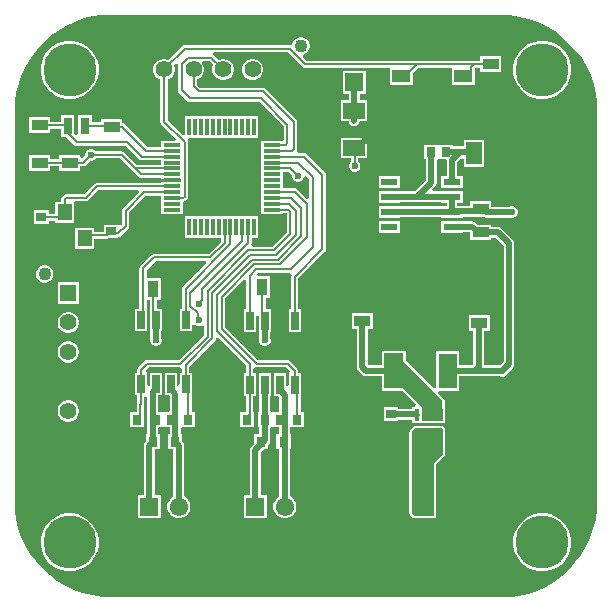
<source format=gbr>
%TF.GenerationSoftware,Altium Limited,Altium Designer,25.6.2 (33)*%
G04 Layer_Physical_Order=1*
G04 Layer_Color=255*
%FSLAX45Y45*%
%MOMM*%
%TF.SameCoordinates,85BC1294-957B-4AEE-BC4A-C6642BEA407B*%
%TF.FilePolarity,Positive*%
%TF.FileFunction,Copper,L1,Top,Signal*%
%TF.Part,Single*%
G01*
G75*
%TA.AperFunction,SMDPad,CuDef*%
%ADD10R,1.47500X0.30000*%
%ADD11R,1.55000X1.00000*%
%ADD12R,0.85000X0.75000*%
%ADD13R,1.35000X0.95000*%
%ADD14R,1.35490X1.85822*%
%ADD15R,1.40000X0.95000*%
%ADD16R,0.95000X1.40000*%
%ADD17R,0.75814X0.81213*%
%ADD18R,0.65000X1.52500*%
%ADD19R,0.80000X0.90000*%
%ADD20R,5.80000X6.20000*%
%ADD21R,0.81213X0.75814*%
%ADD22R,1.60000X1.50000*%
%ADD23R,1.20000X1.40000*%
%ADD24R,1.40000X0.60000*%
%ADD25R,1.85822X1.35490*%
%ADD26C,1.50876*%
%ADD27R,0.40640X0.99060*%
%ADD28R,0.30000X1.47500*%
%ADD29R,1.60000X3.00000*%
%ADD30R,0.75000X1.40000*%
%TA.AperFunction,Conductor*%
%ADD31C,0.20000*%
%ADD32C,0.50000*%
%ADD33C,1.00000*%
%TA.AperFunction,ComponentPad*%
%ADD34C,1.40000*%
%ADD35C,1.10000*%
%ADD36R,1.40000X1.40000*%
%ADD37R,1.55000X1.55000*%
%TA.AperFunction,ViaPad*%
%ADD38C,0.60000*%
%TA.AperFunction,ComponentPad*%
%ADD39C,1.55000*%
%ADD40R,1.40000X1.40000*%
%TA.AperFunction,ViaPad*%
%ADD41C,4.50000*%
G36*
X4123545Y4964484D02*
X4123546Y4964484D01*
Y4964485D01*
X4145378Y4965557D01*
X4226490Y4961572D01*
X4306821Y4949656D01*
X4385597Y4929924D01*
X4462060Y4902565D01*
X4535473Y4867843D01*
X4605129Y4826093D01*
X4670358Y4777716D01*
X4730531Y4723179D01*
X4785068Y4663006D01*
X4833445Y4597778D01*
X4875195Y4528121D01*
X4909917Y4454708D01*
X4937276Y4378245D01*
X4957008Y4299469D01*
X4966638Y4234548D01*
X4966638Y4234547D01*
X4966638D01*
X4966659Y4234528D01*
Y877346D01*
X4967298Y874133D01*
X4968257Y854622D01*
X4964272Y773510D01*
X4952356Y693179D01*
X4932623Y614403D01*
X4905265Y537940D01*
X4870543Y464527D01*
X4828792Y394870D01*
X4780416Y329642D01*
X4725878Y269469D01*
X4665706Y214932D01*
X4600477Y166555D01*
X4530821Y124805D01*
X4457408Y90083D01*
X4380945Y62724D01*
X4302169Y42992D01*
X4237247Y33362D01*
X4237247Y33362D01*
Y33362D01*
X4237228Y33341D01*
X894647D01*
X890517Y34286D01*
X890105Y34562D01*
X876454Y37505D01*
X876454Y37504D01*
X854622Y36432D01*
X773510Y40416D01*
X693179Y52332D01*
X614403Y72065D01*
X537940Y99424D01*
X464527Y134146D01*
X394870Y175896D01*
X329642Y224273D01*
X269469Y278810D01*
X214932Y338983D01*
X166555Y404211D01*
X124805Y473867D01*
X90083Y547280D01*
X62724Y623743D01*
X42992Y702520D01*
X33362Y767441D01*
X33362Y767442D01*
X33362D01*
X33340Y767461D01*
Y4114422D01*
X33967Y4123020D01*
X33967Y4123021D01*
X32894Y4144853D01*
X36879Y4225965D01*
X48795Y4306296D01*
X68527Y4385072D01*
X95886Y4461535D01*
X130608Y4534948D01*
X172358Y4604604D01*
X220735Y4669833D01*
X275272Y4730006D01*
X335445Y4784543D01*
X400674Y4832920D01*
X470330Y4874670D01*
X543743Y4909392D01*
X620206Y4936751D01*
X698982Y4956483D01*
X763904Y4966113D01*
X763904Y4966113D01*
Y4966113D01*
X763923Y4966134D01*
X4104389Y4966134D01*
X4123545Y4964484D01*
D02*
G37*
%LPC*%
G36*
X2467874Y4778500D02*
X2448126D01*
X2429051Y4773389D01*
X2411949Y4763515D01*
X2397985Y4749551D01*
X2388111Y4732449D01*
X2385672Y4723346D01*
X2378263Y4712349D01*
X2363000Y4709047D01*
X2362792Y4709088D01*
X2362791Y4709088D01*
X1473001D01*
X1473000Y4709088D01*
X1461295Y4706759D01*
X1451371Y4700129D01*
X1451371Y4700128D01*
X1336460Y4585218D01*
X1332739Y4587366D01*
X1309849Y4593500D01*
X1286151D01*
X1263261Y4587366D01*
X1242739Y4575518D01*
X1225982Y4558761D01*
X1214133Y4538239D01*
X1208000Y4515349D01*
Y4491651D01*
X1214133Y4468761D01*
X1225982Y4448239D01*
X1242739Y4431482D01*
X1263261Y4419634D01*
X1267412Y4418521D01*
Y4060578D01*
X1267412Y4060577D01*
X1269741Y4048872D01*
X1276371Y4038948D01*
X1396641Y3918678D01*
X1388988Y3900200D01*
X1268450D01*
Y3845788D01*
X1160425D01*
X964885Y4041329D01*
X954961Y4047959D01*
X943256Y4050288D01*
X941699Y4069437D01*
Y4087200D01*
X766699D01*
Y4056438D01*
X684199D01*
Y4115850D01*
X569199D01*
Y3957651D01*
X549199Y3948511D01*
X539199Y3956245D01*
Y4115850D01*
X424199D01*
Y4061438D01*
X333054D01*
Y4098350D01*
X158054D01*
Y3963350D01*
X333054D01*
Y4000263D01*
X424199D01*
Y3935850D01*
X466947D01*
X538575Y3864222D01*
X538576Y3864221D01*
X548499Y3857591D01*
X560205Y3855263D01*
X975907D01*
X1087598Y3743572D01*
X1087598Y3743571D01*
X1097521Y3736941D01*
X1109227Y3734613D01*
X1268450D01*
Y3695788D01*
X1066549D01*
X960508Y3801829D01*
X950584Y3808459D01*
X938879Y3810788D01*
X938878Y3810788D01*
X718607D01*
X706806Y3822588D01*
X688429Y3830200D01*
X668538D01*
X650161Y3822588D01*
X636096Y3808523D01*
X628484Y3790146D01*
Y3773458D01*
X605984Y3750958D01*
X585984Y3758269D01*
Y3782700D01*
X410984D01*
Y3745788D01*
X331451D01*
Y3782699D01*
X156451D01*
Y3647699D01*
X331451D01*
Y3684613D01*
X410984D01*
Y3647700D01*
X585984D01*
Y3684613D01*
X613482D01*
X613484Y3684612D01*
X625189Y3686941D01*
X635113Y3693571D01*
X671741Y3730200D01*
X688429D01*
X706806Y3737812D01*
X718607Y3749613D01*
X926209D01*
X1032249Y3643572D01*
X1032250Y3643572D01*
X1082250Y3593572D01*
X1082250Y3593571D01*
X1092173Y3586941D01*
X1103879Y3584613D01*
X1268450D01*
Y3580200D01*
X1441079D01*
Y3550200D01*
X1268450D01*
Y3545788D01*
X732093D01*
X732092Y3545788D01*
X720386Y3543460D01*
X710463Y3536829D01*
X710462Y3536828D01*
X621812Y3448178D01*
X469200D01*
X469199Y3448178D01*
X457494Y3445850D01*
X447570Y3439219D01*
X447570Y3439218D01*
X435855Y3427503D01*
X429224Y3417580D01*
X426896Y3405875D01*
X426896Y3405873D01*
Y3382590D01*
X377484D01*
Y3283678D01*
X320483D01*
Y3310590D01*
X195483D01*
Y3195590D01*
X320483D01*
Y3222503D01*
X377484D01*
Y3202590D01*
X537483D01*
Y3382590D01*
X555656Y3387003D01*
X634481D01*
X634482Y3387002D01*
X646187Y3389331D01*
X656111Y3395961D01*
X744762Y3484613D01*
X1080521D01*
X1088175Y3466135D01*
X950998Y3328959D01*
X944368Y3319035D01*
X942039Y3307330D01*
X942039Y3307328D01*
Y3193454D01*
X932391Y3185830D01*
X912483Y3189591D01*
Y3189590D01*
X787484D01*
Y3131224D01*
X707483D01*
Y3162590D01*
X547484D01*
Y2982590D01*
X707483D01*
Y3070048D01*
X813528D01*
X813529Y3070048D01*
X825235Y3072377D01*
X828547Y3074590D01*
X912484D01*
Y3084703D01*
X922473Y3086691D01*
X932397Y3093321D01*
X994255Y3155180D01*
X994256Y3155180D01*
X1000886Y3165104D01*
X1003215Y3176809D01*
X1003215Y3176810D01*
Y3294660D01*
X1143167Y3434613D01*
X1268450D01*
Y3380201D01*
Y3280200D01*
X1455950D01*
Y3365062D01*
X1459951Y3384612D01*
X1471656Y3386941D01*
X1481580Y3393572D01*
X1493295Y3405287D01*
X1493295Y3405287D01*
X1499926Y3415211D01*
X1502255Y3426916D01*
X1502254Y3426917D01*
Y3886909D01*
X1502255Y3886910D01*
X1499926Y3898616D01*
X1498833Y3900251D01*
X1509027Y3920250D01*
X2096000D01*
Y4107750D01*
X1476000D01*
Y3951965D01*
X1457523Y3944312D01*
X1328588Y4073247D01*
Y4418521D01*
X1332739Y4419634D01*
X1353261Y4431482D01*
X1370018Y4448239D01*
X1381866Y4468761D01*
X1388000Y4491651D01*
Y4515349D01*
X1381866Y4538239D01*
X1379718Y4541960D01*
X1399248Y4561490D01*
X1417679Y4551638D01*
X1417412Y4550293D01*
X1417412Y4550291D01*
Y4326513D01*
X1417412Y4326512D01*
X1419741Y4314806D01*
X1426371Y4304883D01*
X1494382Y4236872D01*
X1494383Y4236871D01*
X1504306Y4230241D01*
X1516011Y4227912D01*
X1516013Y4227912D01*
X2106611D01*
X2310507Y4024017D01*
Y3917319D01*
X2303550Y3900200D01*
X2116050D01*
Y3780200D01*
Y3680200D01*
Y3580200D01*
Y3480200D01*
Y3380201D01*
Y3280200D01*
X2303550D01*
Y3284613D01*
X2338001D01*
Y3124499D01*
X2216411Y3002909D01*
X2047990D01*
X2038002Y3022909D01*
X2039260Y3024792D01*
X2041588Y3036497D01*
X2041588Y3036499D01*
Y3072650D01*
X2096000D01*
Y3260150D01*
X1476000D01*
Y3072650D01*
X1780412D01*
Y3045260D01*
X1678123Y2942971D01*
X1214295D01*
X1202590Y2940642D01*
X1192666Y2934012D01*
X1192666Y2934011D01*
X1098662Y2840007D01*
X1092031Y2830084D01*
X1089702Y2818378D01*
X1089703Y2818377D01*
Y2479172D01*
X1049105D01*
Y2286672D01*
X1154105D01*
Y2479172D01*
X1150878D01*
Y2554322D01*
X1175218D01*
Y2449474D01*
X1175217Y2449472D01*
X1176105Y2445009D01*
Y2286672D01*
X1183395D01*
Y2230156D01*
X1179948Y2221833D01*
Y2201942D01*
X1187560Y2183565D01*
X1201625Y2169500D01*
X1220002Y2161888D01*
X1239893D01*
X1258271Y2169500D01*
X1272336Y2183565D01*
X1279948Y2201942D01*
Y2221833D01*
X1275158Y2233396D01*
Y2286672D01*
X1281105D01*
Y2479172D01*
X1236393D01*
Y2554322D01*
X1273305D01*
Y2734321D01*
X1150878D01*
Y2805708D01*
X1226965Y2881795D01*
X1649785D01*
X1657438Y2863318D01*
X1460347Y2666226D01*
X1453716Y2656303D01*
X1451387Y2644597D01*
X1451388Y2644596D01*
Y2479172D01*
X1430105D01*
Y2286672D01*
X1535105D01*
Y2343139D01*
X1555105Y2349852D01*
X1564423Y2340534D01*
X1582800Y2332922D01*
X1602692D01*
X1617014Y2338855D01*
X1630836Y2332976D01*
X1637014Y2328195D01*
Y2254888D01*
X1423916Y2041790D01*
X1154397D01*
X1142691Y2039462D01*
X1132768Y2032832D01*
X1079977Y1980040D01*
X1073346Y1970117D01*
X1071017Y1958411D01*
X1071018Y1958410D01*
Y1936772D01*
X1049105D01*
Y1744272D01*
X1071018D01*
Y1683358D01*
X1070455Y1682516D01*
X1068126Y1670811D01*
X1068127Y1670809D01*
Y1600206D01*
X1012900D01*
Y1478993D01*
X1128714D01*
Y1564585D01*
X1129302Y1567541D01*
Y1661154D01*
X1129865Y1661996D01*
X1132193Y1673702D01*
X1132193Y1673703D01*
Y1730130D01*
X1135687Y1733624D01*
X1157208Y1726860D01*
X1157424Y1725647D01*
Y1416800D01*
X1143306D01*
Y1351694D01*
X1140862Y1349250D01*
X1130916Y1334365D01*
X1127424Y1316807D01*
Y899800D01*
X1075805D01*
Y704800D01*
X1270805D01*
Y899800D01*
X1219187D01*
Y1286800D01*
X1263305D01*
Y1416800D01*
X1249187D01*
Y1464851D01*
X1263329Y1478993D01*
X1288348Y1478993D01*
X1308348Y1478993D01*
X1347424D01*
Y1416800D01*
X1333305D01*
Y1286800D01*
X1377424D01*
Y888393D01*
X1363439Y880320D01*
X1345286Y862166D01*
X1332450Y839934D01*
X1325805Y815136D01*
Y789464D01*
X1332450Y764666D01*
X1345286Y742434D01*
X1363439Y724281D01*
X1385672Y711445D01*
X1410469Y704800D01*
X1436141D01*
X1460939Y711445D01*
X1483172Y724281D01*
X1501325Y742434D01*
X1514161Y764666D01*
X1520805Y789464D01*
Y815136D01*
X1514161Y839934D01*
X1501325Y862166D01*
X1483172Y880320D01*
X1469187Y888393D01*
Y1316807D01*
X1465694Y1334365D01*
X1455748Y1349250D01*
X1453305Y1351694D01*
Y1416800D01*
X1439187D01*
Y1461977D01*
X1446389Y1478993D01*
X1562203D01*
Y1600206D01*
X1534883D01*
Y1744272D01*
X1535105D01*
Y1936772D01*
X1513193D01*
Y1987984D01*
X1729230Y2204021D01*
X1729230Y2204021D01*
X1735861Y2213945D01*
X1738189Y2225650D01*
Y2228406D01*
X1756667Y2236059D01*
X1994194Y1998533D01*
Y1929372D01*
X1972281D01*
Y1736872D01*
X1994194D01*
Y1600206D01*
X1944946D01*
Y1478993D01*
X2060760D01*
Y1600206D01*
X2055369D01*
Y1736872D01*
X2077281D01*
Y1929372D01*
X2055369D01*
Y1968428D01*
X2059535Y1972664D01*
X2075369Y1981805D01*
X2081350Y1980615D01*
X2331484D01*
X2362727Y1949372D01*
X2354443Y1929372D01*
X2353281D01*
Y1827779D01*
X2333281Y1817089D01*
X2331281Y1818425D01*
Y1929372D01*
X2226281D01*
Y1736872D01*
X2266395D01*
X2275400Y1727867D01*
Y1600206D01*
X2230489D01*
X2220074Y1600207D01*
X2211805D01*
X2197663Y1614349D01*
Y1736872D01*
X2204281D01*
Y1929372D01*
X2099281D01*
Y1736872D01*
X2105900D01*
Y1600206D01*
X2094675D01*
Y1478993D01*
X2105900D01*
Y1416800D01*
X2060283D01*
Y1335735D01*
X2038838Y1314290D01*
X2028892Y1299405D01*
X2025400Y1281847D01*
Y899800D01*
X1973781D01*
Y704800D01*
X2168781D01*
Y899800D01*
X2117163D01*
Y1262842D01*
X2141121Y1286800D01*
X2180283D01*
Y1325962D01*
X2184224Y1329904D01*
X2194170Y1344789D01*
X2197663Y1362347D01*
Y1466167D01*
X2210489Y1478993D01*
X2230489Y1478993D01*
X2275400D01*
Y1416800D01*
X2250283D01*
Y1286800D01*
X2275400D01*
Y888393D01*
X2261415Y880320D01*
X2243262Y862166D01*
X2230426Y839934D01*
X2223781Y815136D01*
Y789464D01*
X2230426Y764666D01*
X2243262Y742434D01*
X2261415Y724281D01*
X2283648Y711445D01*
X2308445Y704800D01*
X2334118D01*
X2358915Y711445D01*
X2381148Y724281D01*
X2399301Y742434D01*
X2412137Y764666D01*
X2418781Y789464D01*
Y815136D01*
X2412137Y839934D01*
X2399301Y862166D01*
X2381148Y880320D01*
X2367163Y888393D01*
Y1286800D01*
X2370283D01*
Y1416800D01*
X2367163D01*
Y1478993D01*
X2482560D01*
Y1600206D01*
X2455241D01*
Y1736872D01*
X2458281D01*
Y1929372D01*
X2436369D01*
Y1949574D01*
X2436369Y1949575D01*
X2434041Y1961281D01*
X2427410Y1971204D01*
X2427409Y1971205D01*
X2365783Y2032832D01*
X2355859Y2039462D01*
X2344154Y2041791D01*
X2344153Y2041790D01*
X2094019D01*
X1818189Y2317621D01*
Y2568332D01*
X1975716Y2725859D01*
X1994194Y2718205D01*
Y2471772D01*
X1972281D01*
Y2279272D01*
X2077281D01*
Y2412973D01*
X2097281Y2421009D01*
X2099281Y2418922D01*
Y2279272D01*
X2105361D01*
Y2230601D01*
X2100704Y2219358D01*
Y2199467D01*
X2108316Y2181089D01*
X2122381Y2167024D01*
X2140758Y2159412D01*
X2160650D01*
X2179027Y2167024D01*
X2193092Y2181089D01*
X2200704Y2199467D01*
Y2219358D01*
X2197124Y2228000D01*
Y2279272D01*
X2204281D01*
Y2471772D01*
X2157369D01*
Y2572322D01*
X2194282D01*
Y2752321D01*
X2097877D01*
X2088797Y2772321D01*
X2096213Y2781734D01*
X2368127D01*
X2377123Y2769012D01*
X2378917Y2762384D01*
X2377522Y2760296D01*
X2375193Y2748591D01*
X2375194Y2748590D01*
Y2471772D01*
X2353281D01*
Y2279272D01*
X2458281D01*
Y2471772D01*
X2436369D01*
Y2735921D01*
X2660879Y2960431D01*
X2660879Y2960431D01*
X2667510Y2970355D01*
X2669838Y2982060D01*
X2669838Y2982061D01*
Y3611035D01*
X2669838Y3611037D01*
X2667510Y3622742D01*
X2660879Y3632666D01*
X2506716Y3786829D01*
X2496792Y3793460D01*
X2485087Y3795788D01*
X2485086Y3795788D01*
X2434453D01*
X2423398Y3815174D01*
X2423491Y3815788D01*
X2425705Y3826916D01*
X2425705Y3826917D01*
Y4059664D01*
X2423377Y4071369D01*
X2416746Y4081293D01*
X2416745Y4081293D01*
X2157910Y4340129D01*
X2147987Y4346759D01*
X2136281Y4349088D01*
X2136280Y4349088D01*
X1604457D01*
X1578588Y4374957D01*
Y4418521D01*
X1582739Y4419634D01*
X1603261Y4431482D01*
X1620018Y4448239D01*
X1631866Y4468761D01*
X1638000Y4491651D01*
Y4515349D01*
X1631866Y4538239D01*
X1623395Y4552912D01*
X1631928Y4572912D01*
X1685330D01*
X1716282Y4541960D01*
X1714133Y4538239D01*
X1708000Y4515349D01*
Y4491651D01*
X1714133Y4468761D01*
X1725982Y4448239D01*
X1742739Y4431482D01*
X1763261Y4419634D01*
X1786151Y4413500D01*
X1809849D01*
X1832739Y4419634D01*
X1853261Y4431482D01*
X1870018Y4448239D01*
X1881866Y4468761D01*
X1888000Y4491651D01*
Y4515349D01*
X1881866Y4538239D01*
X1870018Y4558761D01*
X1853261Y4575518D01*
X1832739Y4587366D01*
X1809849Y4593500D01*
X1786151D01*
X1763261Y4587366D01*
X1759540Y4585218D01*
X1719629Y4625129D01*
X1715463Y4627913D01*
X1721529Y4647912D01*
X2350122D01*
X2471565Y4526469D01*
X2481489Y4519839D01*
X2493194Y4517510D01*
X3190431D01*
X3209805Y4516000D01*
Y4376000D01*
X3404805D01*
Y4472742D01*
X3449573Y4517510D01*
X3715431D01*
X3734806Y4516000D01*
Y4376000D01*
X3929805D01*
Y4483044D01*
X3930393Y4486000D01*
X3930393Y4486001D01*
Y4515428D01*
X3932475Y4517510D01*
X3975809D01*
Y4480598D01*
X4150809D01*
Y4615598D01*
X3975809D01*
Y4578686D01*
X2505864D01*
X2474878Y4609672D01*
X2480856Y4631979D01*
X2486949Y4633611D01*
X2504051Y4643485D01*
X2518015Y4657449D01*
X2527889Y4674551D01*
X2533000Y4693626D01*
Y4713374D01*
X2527889Y4732449D01*
X2518015Y4749551D01*
X2504051Y4763515D01*
X2486949Y4773389D01*
X2467874Y4778500D01*
D02*
G37*
G36*
X2059849Y4593500D02*
X2036151D01*
X2013261Y4587366D01*
X1992739Y4575518D01*
X1975982Y4558761D01*
X1964133Y4538239D01*
X1958000Y4515349D01*
Y4491651D01*
X1964133Y4468761D01*
X1975982Y4448239D01*
X1992739Y4431482D01*
X2013261Y4419634D01*
X2036151Y4413500D01*
X2059849D01*
X2082739Y4419634D01*
X2103261Y4431482D01*
X2120018Y4448239D01*
X2131866Y4468761D01*
X2138000Y4491651D01*
Y4515349D01*
X2131866Y4538239D01*
X2120018Y4558761D01*
X2103261Y4575518D01*
X2082739Y4587366D01*
X2059849Y4593500D01*
D02*
G37*
G36*
X4524130Y4745000D02*
X4475869D01*
X4428536Y4735585D01*
X4383949Y4717116D01*
X4343821Y4690304D01*
X4309696Y4656178D01*
X4282884Y4616051D01*
X4264415Y4571464D01*
X4255000Y4524130D01*
Y4475869D01*
X4264415Y4428536D01*
X4282884Y4383949D01*
X4309696Y4343821D01*
X4343821Y4309696D01*
X4383949Y4282884D01*
X4428536Y4264415D01*
X4475869Y4255000D01*
X4524130D01*
X4571464Y4264415D01*
X4616051Y4282884D01*
X4656178Y4309696D01*
X4690304Y4343821D01*
X4717116Y4383949D01*
X4735585Y4428536D01*
X4745000Y4475869D01*
Y4524130D01*
X4735585Y4571464D01*
X4717116Y4616051D01*
X4690304Y4656178D01*
X4656178Y4690304D01*
X4616051Y4717116D01*
X4571464Y4735585D01*
X4524130Y4745000D01*
D02*
G37*
G36*
X524131D02*
X475870D01*
X428536Y4735585D01*
X383949Y4717116D01*
X343822Y4690304D01*
X309696Y4656178D01*
X282884Y4616051D01*
X264415Y4571464D01*
X255000Y4524130D01*
Y4475869D01*
X264415Y4428536D01*
X282884Y4383949D01*
X309696Y4343821D01*
X343822Y4309696D01*
X383949Y4282884D01*
X428536Y4264415D01*
X475870Y4255000D01*
X524131D01*
X571464Y4264415D01*
X616051Y4282884D01*
X656179Y4309696D01*
X690304Y4343821D01*
X717116Y4383949D01*
X735585Y4428536D01*
X745000Y4475869D01*
Y4524130D01*
X735585Y4571464D01*
X717116Y4616051D01*
X690304Y4656178D01*
X656179Y4690304D01*
X616051Y4717116D01*
X571464Y4735585D01*
X524131Y4745000D01*
D02*
G37*
G36*
X3009775Y4488500D02*
X2809775D01*
Y4298500D01*
X2863894D01*
Y4241160D01*
X2792707D01*
Y4065671D01*
X2864198D01*
X2867386Y4049642D01*
X2877332Y4034757D01*
X2892217Y4024811D01*
X2909775Y4021319D01*
X2927333Y4024811D01*
X2942218Y4034757D01*
X2952164Y4049642D01*
X2955352Y4065671D01*
X3018529D01*
Y4241160D01*
X2955657D01*
Y4298500D01*
X3009775D01*
Y4488500D01*
D02*
G37*
G36*
X4011085Y3905532D02*
X3835596D01*
Y3851203D01*
X3744312D01*
Y3865928D01*
X3638913D01*
X3628498Y3865928D01*
X3608498Y3865928D01*
X3503099D01*
Y3744715D01*
X3515125D01*
Y3563982D01*
X3421346Y3470203D01*
X3296305D01*
Y3474321D01*
X3116306D01*
Y3374322D01*
X3296305D01*
Y3378440D01*
X3646306D01*
Y3374322D01*
X3690424D01*
Y3347321D01*
X3646306D01*
Y3343203D01*
X3296305D01*
Y3347321D01*
X3116306D01*
Y3247322D01*
X3296305D01*
Y3251440D01*
X3646306D01*
Y3247322D01*
X3826305D01*
Y3256440D01*
X3889306D01*
Y3251622D01*
X4009373D01*
X4026913Y3248133D01*
X4221279D01*
X4231222Y3244015D01*
X4251113D01*
X4269490Y3251626D01*
X4283556Y3265692D01*
X4291167Y3284069D01*
Y3303960D01*
X4283556Y3322337D01*
X4269490Y3336403D01*
X4251113Y3344014D01*
X4231222D01*
X4221279Y3339896D01*
X4069305D01*
Y3386622D01*
X3889306D01*
Y3348203D01*
X3782187D01*
Y3374322D01*
X3826305D01*
Y3474321D01*
X3646306D01*
Y3470203D01*
X3577250D01*
X3569596Y3488681D01*
X3593449Y3512534D01*
X3603395Y3527419D01*
X3606888Y3544977D01*
Y3732690D01*
X3618913Y3744715D01*
X3638913Y3744715D01*
X3683297D01*
X3690424Y3736031D01*
Y3601321D01*
X3646306D01*
Y3501322D01*
X3826305D01*
Y3601321D01*
X3782187D01*
Y3717027D01*
X3815596Y3750435D01*
X3835596Y3742151D01*
Y3679711D01*
X4011085D01*
Y3905532D01*
D02*
G37*
G36*
X3018529Y3926030D02*
X2792707D01*
Y3750540D01*
X2880818D01*
Y3726539D01*
X2869018Y3714738D01*
X2861406Y3696361D01*
Y3676470D01*
X2869018Y3658093D01*
X2883083Y3644028D01*
X2901460Y3636416D01*
X2921352D01*
X2939729Y3644028D01*
X2953794Y3658093D01*
X2961406Y3676470D01*
Y3696361D01*
X2953794Y3714738D01*
X2941994Y3726539D01*
Y3750540D01*
X3018529D01*
Y3926030D01*
D02*
G37*
G36*
X3296305Y3601321D02*
X3116306D01*
Y3501322D01*
X3296305D01*
Y3601321D01*
D02*
G37*
G36*
Y3220321D02*
X3116306D01*
Y3120322D01*
X3296305D01*
Y3220321D01*
D02*
G37*
G36*
X296952Y2846712D02*
X277204D01*
X258129Y2841601D01*
X241027Y2831727D01*
X227063Y2817763D01*
X217189Y2800661D01*
X212078Y2781586D01*
Y2761838D01*
X217189Y2742763D01*
X227063Y2725661D01*
X241027Y2711697D01*
X258129Y2701823D01*
X277204Y2696712D01*
X296952D01*
X316027Y2701823D01*
X333129Y2711697D01*
X347093Y2725661D01*
X356967Y2742763D01*
X362078Y2761838D01*
Y2781586D01*
X356967Y2800661D01*
X347093Y2817763D01*
X333129Y2831727D01*
X316027Y2841601D01*
X296952Y2846712D01*
D02*
G37*
G36*
X577078Y2701712D02*
X397078D01*
Y2521712D01*
X577078D01*
Y2701712D01*
D02*
G37*
G36*
X498926Y2451712D02*
X475229D01*
X452339Y2445578D01*
X431817Y2433729D01*
X415060Y2416973D01*
X403211Y2396450D01*
X397078Y2373560D01*
Y2349863D01*
X403211Y2326973D01*
X415060Y2306451D01*
X431817Y2289694D01*
X452339Y2277845D01*
X475229Y2271712D01*
X498926D01*
X521816Y2277845D01*
X542339Y2289694D01*
X559095Y2306451D01*
X570944Y2326973D01*
X577078Y2349863D01*
Y2373560D01*
X570944Y2396450D01*
X559095Y2416973D01*
X542339Y2433729D01*
X521816Y2445578D01*
X498926Y2451712D01*
D02*
G37*
G36*
Y2201712D02*
X475229D01*
X452339Y2195578D01*
X431817Y2183729D01*
X415060Y2166973D01*
X403211Y2146450D01*
X397078Y2123560D01*
Y2099863D01*
X403211Y2076973D01*
X415060Y2056451D01*
X431817Y2039694D01*
X452339Y2027845D01*
X475229Y2021712D01*
X498926D01*
X521816Y2027845D01*
X542339Y2039694D01*
X559095Y2056451D01*
X570944Y2076973D01*
X577078Y2099863D01*
Y2123560D01*
X570944Y2146450D01*
X559095Y2166973D01*
X542339Y2183729D01*
X521816Y2195578D01*
X498926Y2201712D01*
D02*
G37*
G36*
X3826305Y3220321D02*
X3646306D01*
Y3120322D01*
X3826305D01*
Y3124440D01*
X3889306D01*
Y3055622D01*
X4069305D01*
Y3077240D01*
X4107826D01*
X4173450Y3011617D01*
Y2030208D01*
X4143070Y1999828D01*
X4141562Y1999203D01*
X4007472D01*
Y2286422D01*
X4056605D01*
Y2421422D01*
X3876606D01*
Y2286422D01*
X3915709D01*
Y2001616D01*
X3913296Y1999203D01*
X3799805D01*
Y2123322D01*
X3599806D01*
Y1809491D01*
X3581328Y1801838D01*
X3343197Y2039968D01*
X3343198Y2103321D01*
X3342805Y2105293D01*
Y2123322D01*
X3324775D01*
X3322806Y2123713D01*
X3162805Y2123714D01*
X3160835Y2123322D01*
X3142806D01*
Y2105293D01*
X3142414Y2103322D01*
Y1999203D01*
X3024300D01*
X3021887Y2001616D01*
Y2303921D01*
X3063505D01*
Y2438921D01*
X2888506D01*
Y2303921D01*
X2930124D01*
Y1982611D01*
X2933616Y1965053D01*
X2943562Y1950168D01*
X2972852Y1920878D01*
X2987737Y1910932D01*
X3005295Y1907440D01*
X3142414D01*
Y1803322D01*
X3142806Y1801350D01*
Y1783322D01*
X3160835D01*
X3162805Y1782930D01*
X3314359D01*
X3318387Y1778902D01*
X3318387Y1778902D01*
X3429959Y1667329D01*
X3422306Y1648852D01*
X3398071D01*
Y1630193D01*
X3283198D01*
Y1642218D01*
X3161985D01*
Y1526404D01*
X3283198D01*
Y1538429D01*
X3398071D01*
Y1509792D01*
X3482141D01*
X3484111Y1509400D01*
X3656831D01*
X3658801Y1509792D01*
X3676831D01*
Y1527821D01*
X3677223Y1529792D01*
Y1628852D01*
X3676831Y1630822D01*
Y1648852D01*
X3675866D01*
Y1698852D01*
X3675867Y1698853D01*
X3674314Y1706656D01*
X3669894Y1713272D01*
X3618322Y1764844D01*
X3625975Y1783322D01*
X3799805D01*
Y1907440D01*
X4141562D01*
X4151505Y1903322D01*
X4171396D01*
X4189773Y1910934D01*
X4203838Y1924999D01*
X4207957Y1934942D01*
X4251774Y1978760D01*
X4261720Y1993644D01*
X4265213Y2011203D01*
Y3030622D01*
X4261720Y3048180D01*
X4251774Y3063065D01*
X4159274Y3155565D01*
X4144389Y3165511D01*
X4126831Y3169003D01*
X4069305D01*
Y3190622D01*
X3954192D01*
X3942049Y3202765D01*
X3927164Y3212711D01*
X3909605Y3216203D01*
X3826305D01*
Y3220321D01*
D02*
G37*
G36*
X498926Y1701712D02*
X475229D01*
X452339Y1695578D01*
X431817Y1683729D01*
X415060Y1666973D01*
X403211Y1646450D01*
X397078Y1623560D01*
Y1599863D01*
X403211Y1576973D01*
X415060Y1556451D01*
X431817Y1539694D01*
X452339Y1527845D01*
X475229Y1521712D01*
X498926D01*
X521816Y1527845D01*
X542339Y1539694D01*
X559095Y1556451D01*
X570944Y1576973D01*
X577078Y1599863D01*
Y1623560D01*
X570944Y1646450D01*
X559095Y1666973D01*
X542339Y1683729D01*
X521816Y1695578D01*
X498926Y1701712D01*
D02*
G37*
G36*
X3649211Y1486684D02*
X3425691D01*
X3417887Y1485131D01*
X3411272Y1480711D01*
X3411271Y1480710D01*
X3381050Y1450489D01*
X3376630Y1443874D01*
X3375078Y1436070D01*
Y746569D01*
X3376630Y738766D01*
X3381050Y732150D01*
X3381051Y732149D01*
X3405298Y707902D01*
X3411914Y703482D01*
X3419717Y701930D01*
X3583123D01*
X3590927Y703482D01*
X3597543Y707902D01*
X3601963Y714518D01*
X3603515Y722321D01*
Y1160617D01*
X3671250Y1228352D01*
X3675671Y1234968D01*
X3677223Y1242772D01*
Y1458672D01*
X3675671Y1466475D01*
X3671250Y1473091D01*
X3671250Y1473092D01*
X3663630Y1480711D01*
X3657015Y1485131D01*
X3649211Y1486684D01*
D02*
G37*
G36*
X4524130Y745000D02*
X4475869D01*
X4428536Y735585D01*
X4383949Y717116D01*
X4343821Y690304D01*
X4309696Y656179D01*
X4282884Y616051D01*
X4264415Y571464D01*
X4255000Y524131D01*
Y475870D01*
X4264415Y428536D01*
X4282884Y383949D01*
X4309696Y343822D01*
X4343821Y309696D01*
X4383949Y282884D01*
X4428536Y264415D01*
X4475869Y255000D01*
X4524130D01*
X4571464Y264415D01*
X4616051Y282884D01*
X4656178Y309696D01*
X4690304Y343822D01*
X4717116Y383949D01*
X4735585Y428536D01*
X4745000Y475870D01*
Y524131D01*
X4735585Y571464D01*
X4717116Y616051D01*
X4690304Y656179D01*
X4656178Y690304D01*
X4616051Y717116D01*
X4571464Y735585D01*
X4524130Y745000D01*
D02*
G37*
G36*
X524131D02*
X475870D01*
X428536Y735585D01*
X383949Y717116D01*
X343822Y690304D01*
X309696Y656179D01*
X282884Y616051D01*
X264415Y571464D01*
X255000Y524131D01*
Y475870D01*
X264415Y428536D01*
X282884Y383949D01*
X309696Y343822D01*
X343822Y309696D01*
X383949Y282884D01*
X428536Y264415D01*
X475870Y255000D01*
X524131D01*
X571464Y264415D01*
X616051Y282884D01*
X656179Y309696D01*
X690304Y343822D01*
X717116Y383949D01*
X735585Y428536D01*
X745000Y475870D01*
Y524131D01*
X735585Y571464D01*
X717116Y616051D01*
X690304Y656179D01*
X656179Y690304D01*
X616051Y717116D01*
X571464Y735585D01*
X524131Y745000D01*
D02*
G37*
%LPD*%
G36*
X2381775Y3606943D02*
Y3590255D01*
X2389387Y3571878D01*
X2403452Y3557812D01*
X2421830Y3550200D01*
X2441721D01*
X2460098Y3557812D01*
X2474163Y3571878D01*
X2481775Y3590255D01*
Y3594393D01*
X2501775Y3602677D01*
X2528043Y3576409D01*
Y3415295D01*
X2509565Y3407641D01*
X2430377Y3486829D01*
X2420454Y3493460D01*
X2408749Y3495788D01*
X2408747Y3495788D01*
X2303550D01*
Y3634613D01*
X2354105D01*
X2381775Y3606943D01*
D02*
G37*
G36*
X1436586Y1980615D02*
X1452018Y1963293D01*
Y1936772D01*
X1430105D01*
Y1837332D01*
X1410105Y1826642D01*
X1408105Y1827978D01*
Y1936772D01*
X1303105D01*
Y1744272D01*
X1343219D01*
X1347424Y1740067D01*
Y1614349D01*
X1333282Y1600206D01*
X1297933Y1600207D01*
X1277932Y1600206D01*
X1249187D01*
Y1744272D01*
X1281105D01*
Y1936772D01*
X1176105D01*
Y1827219D01*
X1174105Y1824883D01*
X1156779Y1831286D01*
X1154105Y1834219D01*
Y1936772D01*
X1151508D01*
X1143224Y1956772D01*
X1167067Y1980615D01*
X1436585D01*
X1436586Y1980615D01*
D02*
G37*
G36*
X3322806Y2103321D02*
X3322805Y2031521D01*
X3655475Y1698853D01*
Y1630208D01*
X3656831Y1628852D01*
Y1529792D01*
X3484111D01*
Y1642016D01*
X3332806Y1793322D01*
X3322806Y1803322D01*
X3162805D01*
Y2103322D01*
X3322806Y2103321D01*
D02*
G37*
G36*
X3656831Y1458672D02*
Y1318972D01*
Y1242772D01*
X3583123Y1169064D01*
Y722321D01*
X3419717D01*
X3395469Y746569D01*
Y1436070D01*
X3425691Y1466292D01*
X3649211D01*
X3656831Y1458672D01*
D02*
G37*
D10*
X2209800Y3865200D02*
D03*
Y3815200D02*
D03*
X1362200Y3565200D02*
D03*
Y3415200D02*
D03*
Y3615200D02*
D03*
Y3665200D02*
D03*
X2209800D02*
D03*
Y3465200D02*
D03*
Y3715200D02*
D03*
Y3365200D02*
D03*
Y3415200D02*
D03*
Y3765200D02*
D03*
Y3315200D02*
D03*
X1362200Y3465200D02*
D03*
Y3515200D02*
D03*
Y3865200D02*
D03*
Y3815200D02*
D03*
Y3765200D02*
D03*
Y3715200D02*
D03*
Y3365200D02*
D03*
Y3315200D02*
D03*
X2209800Y3515200D02*
D03*
Y3565200D02*
D03*
Y3615200D02*
D03*
D11*
X3832306Y4766000D02*
D03*
X3307305D02*
D03*
Y4446000D02*
D03*
X3832306D02*
D03*
D12*
X257983Y3128090D02*
D03*
X849984Y3257090D02*
D03*
X257983Y3253090D02*
D03*
X849984Y3132090D02*
D03*
D13*
X4063309Y4698098D02*
D03*
X243951Y3565199D02*
D03*
X245554Y4180850D02*
D03*
X498484Y3565200D02*
D03*
X854199Y4169700D02*
D03*
X2976005Y2521422D02*
D03*
X4063309Y4548098D02*
D03*
X243951Y3715199D02*
D03*
X498484Y3715200D02*
D03*
X2976005Y2371421D02*
D03*
X854199Y4019700D02*
D03*
X245554Y4030850D02*
D03*
D14*
X4238471Y3792622D02*
D03*
X3923340D02*
D03*
D15*
X3979305Y3504122D02*
D03*
Y2938122D02*
D03*
X3966605Y2538922D02*
D03*
X3979305Y3319122D02*
D03*
X3966605Y2353922D02*
D03*
X3979305Y3123122D02*
D03*
D16*
X1390805Y2644322D02*
D03*
X2311782Y2662322D02*
D03*
X2126782D02*
D03*
X1205805Y2644322D02*
D03*
D17*
X945408Y1539600D02*
D03*
X1877454D02*
D03*
X1629694D02*
D03*
X2550052D02*
D03*
X3561006Y3805322D02*
D03*
X2277981Y1539600D02*
D03*
X2152582D02*
D03*
X1504296D02*
D03*
X2002853D02*
D03*
X1355840D02*
D03*
X1230441D02*
D03*
X2424654D02*
D03*
X1070807D02*
D03*
X3686405Y3805322D02*
D03*
D18*
X1355605Y2382922D02*
D03*
X2278781Y2375522D02*
D03*
X2151781D02*
D03*
X1228605Y2382922D02*
D03*
X1482605D02*
D03*
X1101605D02*
D03*
Y1840522D02*
D03*
X1228605D02*
D03*
X1355605D02*
D03*
X1482605D02*
D03*
X2405781Y2375522D02*
D03*
X2024781D02*
D03*
Y1833122D02*
D03*
X2151781D02*
D03*
X2278781D02*
D03*
X2405781D02*
D03*
D19*
X1298305Y1151800D02*
D03*
X2215283D02*
D03*
X2120283Y1351800D02*
D03*
X2310283D02*
D03*
X1203305D02*
D03*
X1393305D02*
D03*
D20*
X3471305Y2662322D02*
D03*
D21*
X3222592Y1458912D02*
D03*
Y1584311D02*
D03*
D22*
X2909775Y4753500D02*
D03*
Y4393500D02*
D03*
D23*
X627484Y3292590D02*
D03*
X457483Y3072590D02*
D03*
Y3292590D02*
D03*
X627484Y3072590D02*
D03*
D24*
X3736305Y3424322D02*
D03*
Y3297322D02*
D03*
X3206305D02*
D03*
Y3424322D02*
D03*
X3736305Y3170322D02*
D03*
X3206305D02*
D03*
Y3551322D02*
D03*
X3736305D02*
D03*
D25*
X2905618Y4153415D02*
D03*
Y3838285D02*
D03*
D26*
X3557771Y1382472D02*
D03*
D27*
X3636511Y1579322D02*
D03*
X3570471D02*
D03*
X3504431D02*
D03*
X3438391D02*
D03*
D28*
X1861000Y3166400D02*
D03*
X1811000D02*
D03*
X1961000D02*
D03*
X1511000D02*
D03*
X1561000D02*
D03*
X1611000D02*
D03*
X1661000D02*
D03*
X1711000D02*
D03*
X1761000D02*
D03*
X1911000D02*
D03*
X2011000D02*
D03*
X2061000D02*
D03*
Y4014000D02*
D03*
X2011000D02*
D03*
X1961000D02*
D03*
X1911000D02*
D03*
X1861000D02*
D03*
X1811000D02*
D03*
X1761000D02*
D03*
X1711000D02*
D03*
X1661000D02*
D03*
X1611000D02*
D03*
X1561000D02*
D03*
X1511000D02*
D03*
D29*
X3242806Y1953322D02*
D03*
X3699805D02*
D03*
D30*
X626699Y4025850D02*
D03*
X481699D02*
D03*
D31*
X2209800Y3865200D02*
X2329379D01*
X2341095Y3876916D01*
Y4036686D01*
X2119282Y4258500D02*
X2341095Y4036686D01*
X1516011Y4258500D02*
X2119282D01*
X1448000Y4326512D02*
X1516011Y4258500D01*
X1448000Y4326512D02*
Y4550293D01*
X1698000Y4603500D02*
X1798000Y4503500D01*
X1448000Y4550293D02*
X1501207Y4603500D01*
X1698000D01*
X1591787Y4318500D02*
X2136281D01*
X1548000Y4362287D02*
X1591787Y4318500D01*
X1548000Y4362287D02*
Y4503500D01*
X2136281Y4318500D02*
X2395117Y4059664D01*
Y3826916D02*
Y4059664D01*
X2209800Y3815200D02*
X2383402D01*
X2395117Y3826916D01*
X1390805Y2461872D02*
Y2644322D01*
X1355605Y2426672D02*
X1390805Y2461872D01*
X1355605Y2382922D02*
Y2426672D01*
X2311782Y2452272D02*
Y2662322D01*
X2278781Y2419272D02*
X2311782Y2452272D01*
X2278781Y2375522D02*
Y2419272D01*
X3334805Y4446000D02*
X3436903Y4548098D01*
X3307305Y4446000D02*
X3334805D01*
X3919805Y4548098D02*
X4063309D01*
X3832306Y4446000D02*
X3859805D01*
X3899806Y4486000D01*
Y4528098D01*
X3919805Y4548098D01*
X2493194D02*
X3436903D01*
X2362792Y4678500D02*
X2493194Y4548098D01*
X1473000Y4678500D02*
X2362792D01*
X1298000Y4503500D02*
X1473000Y4678500D01*
X3436903Y4548098D02*
X3919805D01*
X1298000Y4060577D02*
Y4503500D01*
Y4060577D02*
X1471667Y3886910D01*
X1459951Y3415200D02*
X1471667Y3426916D01*
X1362200Y3415200D02*
X1459951D01*
X1471667Y3426916D02*
Y3886910D01*
X243951Y3715199D02*
X243953Y3715200D01*
X498484D01*
X1205805Y2449472D02*
Y2644322D01*
Y2449472D02*
X1228605Y2426672D01*
Y2382922D02*
Y2426672D01*
X2126782Y2444272D02*
X2151781Y2419272D01*
X2126782Y2444272D02*
Y2662322D01*
X2151781Y2375522D02*
Y2419272D01*
X613484Y3715200D02*
X678484Y3780200D01*
X498484Y3715200D02*
X613484D01*
X678484Y3780200D02*
X938879D01*
X1053879Y3665200D01*
X1362200D01*
X1103879Y3615200D02*
X1362200D01*
X1053879Y3665200D02*
X1103879Y3615200D01*
X2911406Y3686416D02*
Y3838285D01*
X2209800Y3665200D02*
X2366775D01*
X2431775Y3600200D01*
X1587149Y2388519D02*
Y2438626D01*
X1521975Y2503800D02*
X1587149Y2438626D01*
X1521975Y2503800D02*
Y2613975D01*
X1587149Y2388519D02*
X1592746Y2382922D01*
X1481975Y2644597D02*
X1861000Y3023622D01*
X1481975Y2478160D02*
Y2644597D01*
X1521975Y2613975D02*
X1961000Y3053000D01*
X1482605Y2382922D02*
Y2477530D01*
X1481975Y2478160D02*
X1482605Y2477530D01*
X1961000Y3053000D02*
Y3166400D01*
X1861000Y3023622D02*
Y3166400D01*
X1214295Y2912383D02*
X1690793D01*
X1811000Y3032590D02*
Y3166400D01*
X1690793Y2912383D02*
X1811000Y3032590D01*
X1597497Y2521422D02*
X1618000Y2554320D01*
Y2643497D01*
X2011000Y3036497D01*
Y3166400D01*
X1787601Y2304951D02*
Y2581002D01*
X1667602Y2242219D02*
Y2630707D01*
X2042353Y2892322D02*
X2262218D01*
X2025785Y2932322D02*
X2245650D01*
X2058922Y2852322D02*
X2280554D01*
X1667602Y2630707D02*
X2009216Y2972322D01*
X1747602Y2597570D02*
X2042353Y2892322D01*
X1707602Y2614139D02*
X2025785Y2932322D01*
X1707602Y2225650D02*
Y2614139D01*
X2009216Y2972322D02*
X2229081D01*
X1747602Y2288383D02*
Y2597570D01*
X1787601Y2581002D02*
X2058922Y2852322D01*
X2024781Y2757821D02*
X2079282Y2812322D01*
X2373678D01*
X2024781Y2375522D02*
Y2757821D01*
X1154397Y2011203D02*
X1436586D01*
X1667602Y2242219D01*
X1482605Y1840522D02*
Y2000654D01*
X1707602Y2225650D01*
X1101605Y1840522D02*
Y1958411D01*
X1154397Y2011203D01*
X1101605Y1673702D02*
Y1840522D01*
X2373678Y2812322D02*
X2558631Y2997275D01*
X2280554Y2852322D02*
X2510397Y3082165D01*
X2245650Y2932322D02*
X2416340Y3103012D01*
X2229081Y2972322D02*
X2368589Y3111829D01*
X2262218Y2892322D02*
X2460716Y3090819D01*
X1747602Y2288383D02*
X2024781Y2011203D01*
X1787601Y2304951D02*
X2081350Y2011203D01*
X2639250Y2982060D02*
Y3611037D01*
X2405781Y2375522D02*
Y2748591D01*
X2639250Y2982060D01*
X2485087Y3765200D02*
X2639250Y3611037D01*
X2209800Y3765200D02*
X2485087D01*
X2558631Y2997275D02*
Y3589079D01*
X2432509Y3715200D02*
X2558631Y3589079D01*
X2209800Y3715200D02*
X2432509D01*
X2416340Y3103012D02*
Y3308827D01*
X2460716Y3090819D02*
Y3326450D01*
X2510397Y3082165D02*
Y3363552D01*
X2368589Y3111829D02*
Y3300010D01*
X2344154Y2011203D02*
X2405781Y1949575D01*
X2081350Y2011203D02*
X2344154D01*
X2405781Y1833122D02*
Y1949575D01*
X2408749Y3465200D02*
X2510397Y3363552D01*
X2209800Y3465200D02*
X2408749D01*
X2371965Y3415200D02*
X2460716Y3326450D01*
X2209800Y3415200D02*
X2371965D01*
X2024781Y1833122D02*
Y2011203D01*
X2359967Y3365200D02*
X2416340Y3308827D01*
X2209800Y3365200D02*
X2359967D01*
X2209800Y3315200D02*
X2353398D01*
X2368589Y3300010D01*
X2405781Y1833122D02*
X2424654Y1814250D01*
Y1564322D02*
Y1814250D01*
X2024781Y1586251D02*
Y1833122D01*
X2002853Y1564322D02*
X2024781Y1586251D01*
X1482605Y1840522D02*
X1504296Y1818832D01*
Y1545223D02*
Y1818832D01*
X1098714Y1670811D02*
X1101605Y1673702D01*
X1098714Y1567541D02*
Y1670811D01*
X1070807Y1539634D02*
X1098714Y1567541D01*
X1120290Y2401607D02*
Y2818378D01*
X1214295Y2912383D01*
X1101605Y2382922D02*
X1120290Y2401607D01*
X732092Y3515200D02*
X1362200D01*
X634482Y3417590D02*
X732092Y3515200D01*
X844984Y3132090D02*
X849984D01*
X870176Y3114950D02*
X910768D01*
X972627Y3176809D02*
Y3307330D01*
X868650Y3113424D02*
X870176Y3114950D01*
X910768D02*
X972627Y3176809D01*
X849984Y3132090D02*
X868650Y3113424D01*
X972627Y3307330D02*
X1130498Y3465200D01*
X1312200D02*
X1362200D01*
X1130498D02*
X1312200D01*
X943256Y4019700D02*
X1147755Y3815200D01*
X854199Y4019700D02*
X943256D01*
X1147755Y3815200D02*
X1362200D01*
X481699Y4016850D02*
Y4025850D01*
Y3964356D02*
Y4016850D01*
X490699Y3964356D02*
Y4016850D01*
X481699Y3964356D02*
X560205Y3885850D01*
X481699Y4025850D02*
X490699Y4016850D01*
X476699Y4030850D02*
X481699Y4025850D01*
X245554Y4030850D02*
X476699D01*
X1109227Y3765200D02*
X1393463D01*
X560205Y3885850D02*
X988577D01*
X1109227Y3765200D01*
X813529Y3100636D02*
X844984Y3132090D01*
X627484Y3072590D02*
X655530Y3100636D01*
X813529D01*
X469199Y3417590D02*
X634482D01*
X457483Y3292590D02*
Y3405875D01*
X469199Y3417590D01*
X417983Y3253090D02*
X457483Y3292590D01*
X257983Y3253090D02*
X417983D01*
X848049Y4025850D02*
X854199Y4019700D01*
X626699Y4025850D02*
X848049D01*
D32*
X3736305Y3297322D02*
X3741305Y3302322D01*
X3962505D01*
X3979305Y3319122D01*
X3736305Y3297322D02*
Y3424322D01*
X3206305Y3297322D02*
X3736305D01*
X3206305Y3424322D02*
X3440350D01*
X3736305D01*
X3561006Y3544977D02*
Y3805322D01*
X3440350Y3424322D02*
X3561006Y3544977D01*
X4026913Y3294014D02*
X4241168D01*
X4001806Y3319122D02*
X4026913Y3294014D01*
X3979305Y3319122D02*
X4001806D01*
X2150704Y2209412D02*
X2151243Y2209951D01*
Y2374984D01*
X2151781Y2375522D01*
X1229277Y2212559D02*
X1229948Y2211888D01*
X1229277Y2212559D02*
Y2382251D01*
X1228605Y2382922D02*
X1229277Y2382251D01*
X2909775Y4067200D02*
Y4393500D01*
X3242805Y1953321D02*
X3242806Y1953322D01*
X2976005Y1982611D02*
Y2371421D01*
Y1982611D02*
X3005295Y1953321D01*
X3242805D01*
X2278781Y1789372D02*
Y1833122D01*
Y1789372D02*
X2321281Y1746872D01*
Y802321D02*
Y1746872D01*
X2151781Y1362347D02*
Y1833122D01*
X2071281Y1281847D02*
X2151781Y1362347D01*
X2071281Y802321D02*
Y1281847D01*
X1355605Y1796772D02*
Y1840522D01*
Y1796772D02*
X1393305Y1759072D01*
Y1351807D02*
Y1759072D01*
X1228605Y1796772D02*
Y1840522D01*
X1203305Y1771472D02*
X1228605Y1796772D01*
X1203305Y1351807D02*
Y1771472D01*
Y1346807D02*
Y1351807D01*
X1173305Y1316807D02*
X1203305Y1346807D01*
X1173305Y802321D02*
Y1316807D01*
X1393305Y1346807D02*
X1423305Y1316807D01*
Y802321D02*
Y1316807D01*
X3956805Y3123122D02*
X3979305D01*
X3909605Y3170322D02*
X3956805Y3123122D01*
X3736305Y3170322D02*
X3909605D01*
X3932301Y1953322D02*
X4161450D01*
X3736305Y3736032D02*
X3805595Y3805322D01*
X3736305Y3551322D02*
Y3736032D01*
X3805595Y3805322D02*
X3910640D01*
X3923340Y3792622D01*
X3686405Y3805322D02*
X3805595D01*
X3979305Y3123122D02*
X4126831D01*
X4219331Y3030622D01*
Y2011203D02*
Y3030622D01*
X4161450Y1953322D02*
X4219331Y2011203D01*
X3699805Y1953322D02*
X3932301D01*
X3961591Y2348907D02*
X3966605Y2353922D01*
X3961591Y1982611D02*
Y2348907D01*
X3932301Y1953322D02*
X3961591Y1982611D01*
X3438391Y1579322D02*
Y1579631D01*
X3433711Y1584311D02*
X3438391Y1579631D01*
X3222592Y1584311D02*
X3433711D01*
D33*
X3557771Y1368705D02*
Y1382472D01*
X3493555Y1304489D02*
X3557771Y1368705D01*
X3493555Y799821D02*
Y1304489D01*
D34*
X2048000Y4503500D02*
D03*
X1798000D02*
D03*
X1548000D02*
D03*
X1298000D02*
D03*
X487078Y1861712D02*
D03*
Y2361712D02*
D03*
Y2111712D02*
D03*
Y1611712D02*
D03*
D35*
X2458000Y4703500D02*
D03*
X287078Y2771712D02*
D03*
D36*
X2298000Y4503500D02*
D03*
D37*
X3243555Y799821D02*
D03*
X2071281Y802300D02*
D03*
X1173305D02*
D03*
D38*
X678484Y3780200D02*
D03*
X4241168Y3294014D02*
D03*
X1229948Y2211888D02*
D03*
X2150704Y2209412D02*
D03*
X2911406Y3686416D02*
D03*
X2431775Y3600200D02*
D03*
X4161450Y1953322D02*
D03*
X1592746Y2382922D02*
D03*
X1597497Y2521422D02*
D03*
X300000Y300000D02*
D03*
Y900000D02*
D03*
X450000Y1200000D02*
D03*
X300000Y1500000D02*
D03*
Y2099999D02*
D03*
Y3899999D02*
D03*
X450000Y4199999D02*
D03*
Y4799999D02*
D03*
X600000Y900000D02*
D03*
X750000Y1200000D02*
D03*
X600000Y1500000D02*
D03*
X750000Y1799999D02*
D03*
Y2999999D02*
D03*
Y3599999D02*
D03*
Y4799999D02*
D03*
X900000Y300000D02*
D03*
X1050000Y600000D02*
D03*
X900000Y900000D02*
D03*
X1050000Y1200000D02*
D03*
X900000Y2699999D02*
D03*
X1050000Y2999999D02*
D03*
Y4199999D02*
D03*
X900000Y4499999D02*
D03*
X1050000Y4799999D02*
D03*
X1200000Y300000D02*
D03*
X1350000Y600000D02*
D03*
Y2999999D02*
D03*
X1200000Y3299999D02*
D03*
Y3899999D02*
D03*
X1350000Y4799999D02*
D03*
X1500000Y300000D02*
D03*
X1649999Y600000D02*
D03*
Y1200000D02*
D03*
Y1799999D02*
D03*
Y2999999D02*
D03*
X1500000Y3299999D02*
D03*
X1649999Y3599999D02*
D03*
Y4799999D02*
D03*
X1799999Y300000D02*
D03*
X1949999Y600000D02*
D03*
X1799999Y900000D02*
D03*
X1949999Y1200000D02*
D03*
X1799999Y1500000D02*
D03*
Y3299999D02*
D03*
X1949999Y3599999D02*
D03*
Y4799999D02*
D03*
X2099999Y300000D02*
D03*
X2249999Y600000D02*
D03*
Y4799999D02*
D03*
X2399999Y300000D02*
D03*
X2549999Y600000D02*
D03*
Y1200000D02*
D03*
Y1799999D02*
D03*
Y2399999D02*
D03*
Y4199999D02*
D03*
Y4799999D02*
D03*
X2699999Y300000D02*
D03*
X2849999Y600000D02*
D03*
X2699999Y900000D02*
D03*
X2849999Y1200000D02*
D03*
X2699999Y1500000D02*
D03*
X2849999Y1799999D02*
D03*
Y2399999D02*
D03*
X2699999Y2699999D02*
D03*
X2849999Y2999999D02*
D03*
X2699999Y3299999D02*
D03*
Y3899999D02*
D03*
X2999999Y300000D02*
D03*
X3149999Y600000D02*
D03*
X2999999Y900000D02*
D03*
X3149999Y1200000D02*
D03*
X2999999Y1500000D02*
D03*
Y2699999D02*
D03*
Y3299999D02*
D03*
X3149999Y4199999D02*
D03*
Y4799999D02*
D03*
X3299999Y300000D02*
D03*
X3449999Y600000D02*
D03*
Y3599999D02*
D03*
X3299999Y3899999D02*
D03*
X3449999Y4199999D02*
D03*
Y4799999D02*
D03*
X3599999Y300000D02*
D03*
X3749999Y600000D02*
D03*
Y1200000D02*
D03*
X3599999Y3899999D02*
D03*
X3899999Y300000D02*
D03*
X4049999Y600000D02*
D03*
X3899999Y900000D02*
D03*
X4049999Y1200000D02*
D03*
X3899999Y1500000D02*
D03*
X4049999Y1799999D02*
D03*
X3899999Y2699999D02*
D03*
X4049999Y3599999D02*
D03*
Y4199999D02*
D03*
Y4799999D02*
D03*
X4199999Y300000D02*
D03*
Y900000D02*
D03*
X4349999Y1200000D02*
D03*
X4199999Y1500000D02*
D03*
X4349999Y1799999D02*
D03*
Y2399999D02*
D03*
Y2999999D02*
D03*
Y3599999D02*
D03*
Y4199999D02*
D03*
X4199999Y4499999D02*
D03*
X4349999Y4799999D02*
D03*
X4499999Y900000D02*
D03*
X4649999Y1200000D02*
D03*
X4499999Y1500000D02*
D03*
X4649999Y1799999D02*
D03*
X4499999Y2099999D02*
D03*
X4649999Y2399999D02*
D03*
X4499999Y2699999D02*
D03*
X4649999Y2999999D02*
D03*
X4499999Y3299999D02*
D03*
X4649999Y3599999D02*
D03*
X4499999Y3899999D02*
D03*
X4649999Y4199999D02*
D03*
X4799999Y900000D02*
D03*
Y1500000D02*
D03*
Y2099999D02*
D03*
Y2699999D02*
D03*
Y3299999D02*
D03*
Y3899999D02*
D03*
Y4499999D02*
D03*
X2999999Y3899999D02*
D03*
D39*
X3493555Y799821D02*
D03*
X2321281Y802300D02*
D03*
X1423305D02*
D03*
D40*
X487078Y2611712D02*
D03*
D41*
X4500000Y4500000D02*
D03*
X500000Y500000D02*
D03*
X4500000D02*
D03*
X500000Y4500000D02*
D03*
%TF.MD5,7c95494f0740e7f0abe184654fcc459e*%
M02*

</source>
